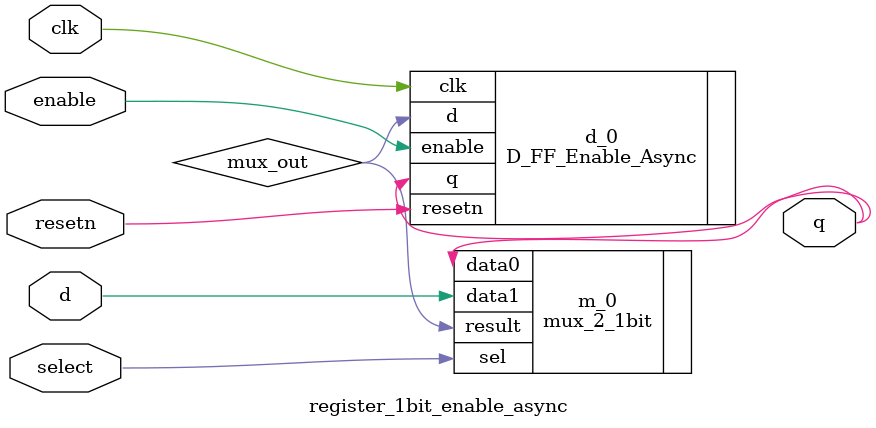
<source format=v>
/*
Anthony De Caria - January 12, 2016

This module creates a 1 bit Register with a separate enable signal.
This module uses asynchronous D Flip Flops.
*/

module register_1bit_enable_async(clk, resetn, enable, select, d, q);
	
	//Define the inputs and outputs
	input	clk;
	input	resetn;
	input	enable;
	input	select;
	input	d;
	output	q;
	
	wire	mux_out;
	
	mux_2_1bit m_0( .data1(d), .data0(q), .sel(select), .result(mux_out) );
	
	D_FF_Enable_Async d_0( .clk(clk), .resetn(resetn), .enable(enable), .d(mux_out), .q(q) );

endmodule

</source>
